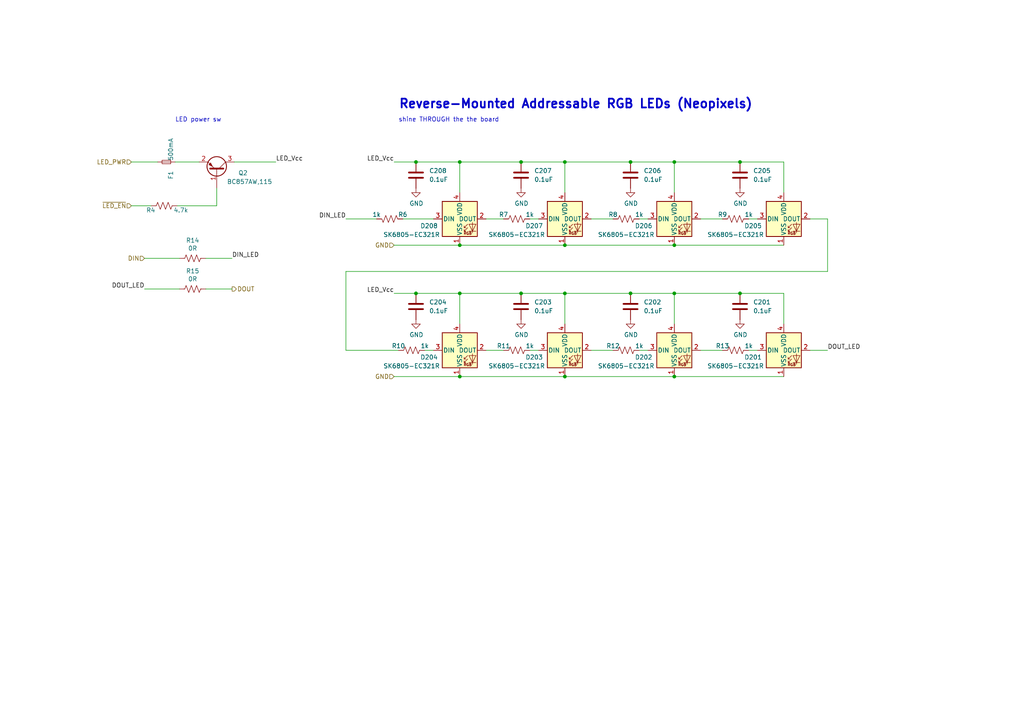
<source format=kicad_sch>
(kicad_sch (version 20230121) (generator eeschema)
  (paper "A4")
  (title_block (title "LED Driver") (date "2021-12-10") (rev "A1") (company "Sierra Lobo, Inc.") (comment 1 "C. Hillis") (comment 2 "C. Kornowski"))
  (lib_symbols
    (symbol "CubeSat_Backplane:SK68xx" (pin_names (offset 0.254))
      (property "Reference" "D" (at 5.08 5.715 0))
      (property "Value" "SK68xx" (at 1.27 -5.715 0))
      (symbol "SK68xx_0_0"
        (text "RGB" (at 2.286 -4.191 0) (effects (font (size 0.762 0.762))))
      )
      (symbol "SK68xx_0_1"
        (polyline (pts (xy 1.27 -3.556) (xy 1.778 -3.556)))
        (polyline (pts (xy 1.27 -2.54) (xy 1.778 -2.54)))
        (polyline (pts (xy 4.699 -3.556) (xy 2.667 -3.556)))
        (polyline (pts (xy 2.286 -2.54) (xy 1.27 -3.556) (xy 1.27 -3.048)))
        (polyline (pts (xy 2.286 -1.524) (xy 1.27 -2.54) (xy 1.27 -2.032)))
        (polyline (pts (xy 3.683 -1.016) (xy 3.683 -3.556) (xy 3.683 -4.064)))
        (polyline (pts (xy 4.699 -1.524) (xy 2.667 -1.524) (xy 3.683 -3.556) (xy 4.699 -1.524)))
        (rectangle (start 5.08 5.08) (end -5.08 -5.08) (stroke (width 0.254)) (fill (type background)))
      )
      (symbol "SK68xx_1_1"
        (pin power_in line (at 0 -7.62 90) (length 2.54) (name "VSS") (number "1"))
        (pin output line (at 7.62 0 180) (length 2.54) (name "DOUT") (number "2"))
        (pin input line (at -7.62 0 0) (length 2.54) (name "DIN") (number "3"))
        (pin power_in line (at 0 7.62 270) (length 2.54) (name "VDD") (number "4"))
      )
    )
    (symbol "Device:C" (pin_numbers hide) (pin_names (offset 0.254))
      (property "Reference" "C" (at 0.635 2.54 0))
      (property "Value" "C" (at 0.635 -2.54 0))
      (symbol "C_0_1"
        (polyline (pts (xy -2.032 -0.762) (xy 2.032 -0.762)) (stroke (width 0.508)))
        (polyline (pts (xy -2.032 0.762) (xy 2.032 0.762)) (stroke (width 0.508)))
      )
      (symbol "C_1_1"
        (pin passive line (at 0 3.81 270) (length 2.794) (name "~") (number "1"))
        (pin passive line (at 0 -3.81 90) (length 2.794) (name "~") (number "2"))
      )
    )
    (symbol "Device:Fuse_Small" (pin_numbers hide) (pin_names (offset 0.254) hide)
      (property "Reference" "F" (at 0 -1.524 0))
      (property "Value" "Fuse_Small" (at 0 1.524 0))
      (symbol "Fuse_Small_0_1"
        (rectangle (start -1.27 0.508) (end 1.27 -0.508))
        (polyline (pts (xy -1.27 0) (xy 1.27 0)))
      )
      (symbol "Fuse_Small_1_1"
        (pin passive line (at -2.54 0 0) (length 1.27) (name "~") (number "1"))
        (pin passive line (at 2.54 0 180) (length 1.27) (name "~") (number "2"))
      )
    )
    (symbol "R_US-Device_1" (pin_numbers hide) (pin_names (offset 0))
      (property "Reference" "R" (at 2.54 0 90))
      (property "Value" "R_US-Device" (at -2.54 0 90))
      (symbol "R_US-Device_1_0_1"
        (polyline (pts (xy 0 -2.286) (xy 0 -2.54)))
        (polyline (pts (xy 0 2.286) (xy 0 2.54)))
        (polyline (pts (xy 0 -0.762) (xy 1.016 -1.143) (xy 0 -1.524) (xy -1.016 -1.905) (xy 0 -2.286)))
        (polyline (pts (xy 0 0.762) (xy 1.016 0.381) (xy 0 0) (xy -1.016 -0.381) (xy 0 -0.762)))
        (polyline (pts (xy 0 2.286) (xy 1.016 1.905) (xy 0 1.524) (xy -1.016 1.143) (xy 0 0.762)))
      )
      (symbol "R_US-Device_1_1_1"
        (pin passive line (at 0 3.81 270) (length 1.27) (name "~") (number "1"))
        (pin passive line (at 0 -3.81 90) (length 1.27) (name "~") (number "2"))
      )
    )
    (symbol "backplane-rescue:GND-power" (power) (pin_names (offset 0))
      (property "Value" "GND-power" (at 0 -3.81 0))
      (symbol "GND-power_0_1"
        (polyline (pts (xy 0 0) (xy 0 -1.27) (xy 1.27 -1.27) (xy 0 -2.54) (xy -1.27 -1.27) (xy 0 -1.27)))
      )
      (symbol "GND-power_1_1"
        (pin power_in line (at 0 0 270) (length 0) hide (name "GND") (number "1"))
      )
    )
    (symbol "backplane-rescue:Q_PNP_BEC-Device" (pin_names (offset 0) hide)
      (property "Reference" "Q" (at 5.08 1.27 0))
      (property "Value" "Q_PNP_BEC-Device" (at 5.08 -1.27 0))
      (symbol "Q_PNP_BEC-Device_0_1"
        (polyline (pts (xy 0.635 0.635) (xy 2.54 2.54)))
        (polyline (pts (xy 0.635 -0.635) (xy 2.54 -2.54) (xy 2.54 -2.54)))
        (polyline (pts (xy 0.635 1.905) (xy 0.635 -1.905) (xy 0.635 -1.905)) (stroke (width 0.508)))
        (polyline (pts (xy 2.286 -1.778) (xy 1.778 -2.286) (xy 1.27 -1.27) (xy 2.286 -1.778) (xy 2.286 -1.778)) (fill (type outline)))
        (circle (center 1.27 0) (radius 2.8194) (stroke (width 0.254)))
      )
      (symbol "Q_PNP_BEC-Device_1_1"
        (pin input line (at -5.08 0 0) (length 5.715) (name "B") (number "1"))
        (pin passive line (at 2.54 -5.08 90) (length 2.54) (name "E") (number "2"))
        (pin passive line (at 2.54 5.08 270) (length 2.54) (name "C") (number "3"))
      )
    )
    (symbol "backplane-rescue:R_US-Device" (pin_numbers hide) (pin_names (offset 0))
      (property "Reference" "R" (at 2.54 0 90))
      (property "Value" "R_US-Device" (at -2.54 0 90))
      (symbol "R_US-Device_0_1"
        (polyline (pts (xy 0 -2.286) (xy 0 -2.54)))
        (polyline (pts (xy 0 2.286) (xy 0 2.54)))
        (polyline (pts (xy 0 -0.762) (xy 1.016 -1.143) (xy 0 -1.524) (xy -1.016 -1.905) (xy 0 -2.286)))
        (polyline (pts (xy 0 0.762) (xy 1.016 0.381) (xy 0 0) (xy -1.016 -0.381) (xy 0 -0.762)))
        (polyline (pts (xy 0 2.286) (xy 1.016 1.905) (xy 0 1.524) (xy -1.016 1.143) (xy 0 0.762)))
      )
      (symbol "R_US-Device_1_1"
        (pin passive line (at 0 3.81 270) (length 1.27) (name "~") (number "1"))
        (pin passive line (at 0 -3.81 90) (length 1.27) (name "~") (number "2"))
      )
    )
  )
  (junction (at 151.13 85.09))
  (junction (at 151.13 46.99))
  (junction (at 214.63 85.09))
  (junction (at 120.65 46.99))
  (junction (at 133.35 85.09))
  (junction (at 182.88 46.99))
  (junction (at 120.65 85.09))
  (junction (at 163.83 71.12))
  (junction (at 163.83 109.22))
  (junction (at 195.58 71.12))
  (junction (at 182.88 85.09))
  (junction (at 133.35 46.99))
  (junction (at 195.58 85.09))
  (junction (at 214.63 46.99))
  (junction (at 195.58 109.22))
  (junction (at 133.35 71.12))
  (junction (at 163.83 85.09))
  (junction (at 133.35 109.22))
  (junction (at 163.83 46.99))
  (junction (at 195.58 46.99))
  (wire (pts (xy 214.63 46.99) (xy 227.33 46.99)))
  (wire (pts (xy 100.33 63.5) (xy 109.22 63.5)))
  (wire (pts (xy 114.3 85.09) (xy 120.65 85.09)))
  (wire (pts (xy 41.91 83.82) (xy 52.07 83.82)))
  (wire (pts (xy 203.2 101.6) (xy 209.55 101.6)))
  (wire (pts (xy 163.83 109.22) (xy 195.58 109.22)))
  (wire (pts (xy 185.42 101.6) (xy 187.96 101.6)))
  (wire (pts (xy 114.3 109.22) (xy 133.35 109.22)))
  (wire (pts (xy 214.63 85.09) (xy 227.33 85.09)))
  (wire (pts (xy 62.865 59.69) (xy 51.435 59.69)))
  (wire (pts (xy 59.69 74.93) (xy 67.31 74.93)))
  (wire (pts (xy 217.17 63.5) (xy 219.71 63.5)))
  (wire (pts (xy 140.97 101.6) (xy 146.05 101.6)))
  (wire (pts (xy 163.83 71.12) (xy 195.58 71.12)))
  (wire (pts (xy 153.67 63.5) (xy 156.21 63.5)))
  (wire (pts (xy 195.58 109.22) (xy 227.33 109.22)))
  (wire (pts (xy 182.88 85.09) (xy 195.58 85.09)))
  (wire (pts (xy 41.91 74.93) (xy 52.07 74.93)))
  (wire (pts (xy 227.33 85.09) (xy 227.33 93.98)))
  (wire (pts (xy 120.65 85.09) (xy 133.35 85.09)))
  (wire (pts (xy 133.35 46.99) (xy 151.13 46.99)))
  (wire (pts (xy 234.95 63.5) (xy 240.03 63.5)))
  (wire (pts (xy 163.83 46.99) (xy 163.83 55.88)))
  (wire (pts (xy 100.33 101.6) (xy 115.57 101.6)))
  (wire (pts (xy 163.83 85.09) (xy 182.88 85.09)))
  (wire (pts (xy 195.58 71.12) (xy 227.33 71.12)))
  (wire (pts (xy 114.3 71.12) (xy 133.35 71.12)))
  (wire (pts (xy 62.865 54.61) (xy 62.865 59.69)))
  (wire (pts (xy 185.42 63.5) (xy 187.96 63.5)))
  (wire (pts (xy 195.58 85.09) (xy 214.63 85.09)))
  (wire (pts (xy 38.1 46.99) (xy 45.72 46.99)))
  (wire (pts (xy 133.35 46.99) (xy 133.35 55.88)))
  (wire (pts (xy 133.35 85.09) (xy 133.35 93.98)))
  (wire (pts (xy 133.35 109.22) (xy 163.83 109.22)))
  (wire (pts (xy 153.67 101.6) (xy 156.21 101.6)))
  (wire (pts (xy 163.83 85.09) (xy 163.83 93.98)))
  (wire (pts (xy 151.13 85.09) (xy 163.83 85.09)))
  (wire (pts (xy 227.33 46.99) (xy 227.33 55.88)))
  (wire (pts (xy 217.17 101.6) (xy 219.71 101.6)))
  (wire (pts (xy 123.19 101.6) (xy 125.73 101.6)))
  (wire (pts (xy 195.58 46.99) (xy 214.63 46.99)))
  (wire (pts (xy 203.2 63.5) (xy 209.55 63.5)))
  (wire (pts (xy 140.97 63.5) (xy 146.05 63.5)))
  (wire (pts (xy 38.1 59.69) (xy 43.815 59.69)))
  (wire (pts (xy 171.45 101.6) (xy 177.8 101.6)))
  (wire (pts (xy 50.8 46.99) (xy 57.785 46.99)))
  (wire (pts (xy 171.45 63.5) (xy 177.8 63.5)))
  (wire (pts (xy 234.95 101.6) (xy 240.03 101.6)))
  (wire (pts (xy 182.88 46.99) (xy 195.58 46.99)))
  (wire (pts (xy 120.65 46.99) (xy 133.35 46.99)))
  (wire (pts (xy 195.58 85.09) (xy 195.58 93.98)))
  (wire (pts (xy 133.35 71.12) (xy 163.83 71.12)))
  (wire (pts (xy 67.945 46.99) (xy 80.01 46.99)))
  (wire (pts (xy 151.13 46.99) (xy 163.83 46.99)))
  (wire (pts (xy 116.84 63.5) (xy 125.73 63.5)))
  (wire (pts (xy 240.03 63.5) (xy 240.03 78.74)))
  (wire (pts (xy 240.03 78.74) (xy 100.33 78.74)))
  (wire (pts (xy 163.83 46.99) (xy 182.88 46.99)))
  (wire (pts (xy 59.69 83.82) (xy 67.31 83.82)))
  (wire (pts (xy 195.58 46.99) (xy 195.58 55.88)))
  (wire (pts (xy 114.3 46.99) (xy 120.65 46.99)))
  (wire (pts (xy 100.33 78.74) (xy 100.33 101.6)))
  (wire (pts (xy 133.35 85.09) (xy 151.13 85.09)))
  (text "shine THROUGH the the board" (at 115.57 35.56 0) (effects (font (size 1.27 1.27)) (justify left bottom)))
  (text "Reverse-Mounted Addressable RGB LEDs (Neopixels)" (at 115.57 31.75 0) (effects (font (size 2.54 2.54) (thickness 0.508) bold) (justify left bottom)))
  (text "LED power sw" (at 50.8 35.56 0) (effects (font (size 1.27 1.27)) (justify left bottom)))
  (label "DIN_LED" (at 100.33 63.5 180))
  (label "DOUT_LED" (at 240.03 101.6 0))
  (label "DOUT_LED" (at 41.91 83.82 180))
  (label "LED_Vcc" (at 80.01 46.99 0))
  (label "LED_Vcc" (at 114.3 46.99 180))
  (label "DIN_LED" (at 67.31 74.93 0))
  (label "LED_Vcc" (at 114.3 85.09 180))
  (hierarchical_label "DIN" (shape input) (at 41.91 74.93 180))
  (hierarchical_label "GND" (shape input) (at 114.3 109.22 180))
  (hierarchical_label "GND" (shape input) (at 114.3 71.12 180))
  (hierarchical_label "LED_PWR" (shape input) (at 38.1 46.99 180))
  (hierarchical_label "DOUT" (shape output) (at 67.31 83.82 0))
  (hierarchical_label "~{LED_EN}" (shape input) (at 38.1 59.69 180) (effects (font (size 1.26 1.26))))
  (symbol (lib_id "CubeSat_Backplane:SK68xx") (at 227.33 101.6 0) (unit 1)
    (property "Reference" "D201" (at 218.44 103.6193 0))
    (property "Value" "SK6805-EC321R" (at 213.36 106.1593 0))
    (property "Footprint" "CubeSat_Backplane:SK68xx-EC120x_ReverseMount" (effects hide))
    (property "Datasheet" "SK6805-EC321R" (effects hide))
  )
  (symbol (lib_id "CubeSat_Backplane:SK68xx") (at 133.35 63.5 0) (unit 1)
    (property "Reference" "D208" (at 124.46 65.5193 0))
    (property "Value" "SK6805-EC321R" (at 119.38 68.0593 0))
    (property "Footprint" "CubeSat_Backplane:SK68xx-EC120x_ReverseMount" (effects hide))
    (property "Datasheet" "SK6805-EC321R" (effects hide))
  )
  (symbol (lib_id "Device:C") (at 151.13 88.9 0) (unit 1)
    (property "Reference" "C203" (at 154.94 87.6299 0) (effects (justify left)))
    (property "Value" "0.1uF" (at 154.94 90.1699 0) (effects (justify left)))
    (property "Footprint" "Capacitor_SMD:C_0402_1005Metric" (effects hide))
  )
  (symbol (lib_id "backplane-rescue:GND-power") (at 182.88 54.61 0) (unit 1)
    (property "Reference" "#PWR0102" (effects hide))
    (property "Value" "GND" (at 183.007 59.0042 0))
  )
  (symbol (lib_id "backplane-rescue:GND-power") (at 120.65 92.71 0) (unit 1)
    (property "Reference" "#PWR0113" (effects hide))
    (property "Value" "GND" (at 120.777 97.1042 0))
  )
  (symbol (lib_id "backplane-rescue:Q_PNP_BEC-Device") (at 62.865 49.53 270) (mirror x) (unit 1)
    (property "Reference" "Q2" (at 70.485 50.165 90))
    (property "Value" "BC857AW,115" (at 72.39 52.705 90))
    (property "Footprint" "Package_TO_SOT_SMD:SOT-323_SC-70" (effects hide))
  )
  (symbol (lib_id "Device:C") (at 214.63 50.8 0) (unit 1)
    (property "Reference" "C205" (at 218.44 49.5299 0) (effects (justify left)))
    (property "Value" "0.1uF" (at 218.44 52.0699 0) (effects (justify left)))
    (property "Footprint" "Capacitor_SMD:C_0402_1005Metric" (effects hide))
  )
  (symbol (lib_id "backplane-rescue:GND-power") (at 151.13 92.71 0) (unit 1)
    (property "Reference" "#PWR0109" (effects hide))
    (property "Value" "GND" (at 151.257 97.1042 0))
  )
  (symbol (lib_name "R_US-Device_1") (lib_id "backplane-rescue:R_US-Device") (at 181.61 63.5 90) (unit 1)
    (property "Reference" "R8" (at 177.8 62.23 90))
    (property "Value" "1k" (at 185.42 62.23 90))
    (property "Footprint" "Resistor_SMD:R_0402_1005Metric" (effects hide))
  )
  (symbol (lib_id "backplane-rescue:GND-power") (at 214.63 92.71 0) (unit 1)
    (property "Reference" "#PWR0118" (effects hide))
    (property "Value" "GND" (at 214.757 97.1042 0))
  )
  (symbol (lib_id "CubeSat_Backplane:SK68xx") (at 195.58 101.6 0) (unit 1)
    (property "Reference" "D202" (at 186.69 103.6193 0))
    (property "Value" "SK6805-EC321R" (at 181.61 106.1593 0))
    (property "Footprint" "CubeSat_Backplane:SK68xx-EC120x_ReverseMount" (effects hide))
    (property "Datasheet" "SK6805-EC321R" (effects hide))
  )
  (symbol (lib_id "backplane-rescue:GND-power") (at 151.13 54.61 0) (unit 1)
    (property "Reference" "#PWR0111" (effects hide))
    (property "Value" "GND" (at 151.257 59.0042 0))
  )
  (symbol (lib_id "CubeSat_Backplane:SK68xx") (at 133.35 101.6 0) (unit 1)
    (property "Reference" "D204" (at 124.46 103.6193 0))
    (property "Value" "SK6805-EC321R" (at 119.38 106.1593 0))
    (property "Footprint" "CubeSat_Backplane:SK68xx-EC120x_ReverseMount" (effects hide))
    (property "Datasheet" "SK6805-EC321R" (effects hide))
  )
  (symbol (lib_name "R_US-Device_1") (lib_id "backplane-rescue:R_US-Device") (at 213.36 63.5 90) (unit 1)
    (property "Reference" "R9" (at 209.55 62.23 90))
    (property "Value" "1k" (at 217.17 62.23 90))
    (property "Footprint" "Resistor_SMD:R_0402_1005Metric" (effects hide))
  )
  (symbol (lib_id "Device:C") (at 120.65 88.9 0) (unit 1)
    (property "Reference" "C204" (at 124.46 87.6299 0) (effects (justify left)))
    (property "Value" "0.1uF" (at 124.46 90.1699 0) (effects (justify left)))
    (property "Footprint" "Capacitor_SMD:C_0402_1005Metric" (effects hide))
  )
  (symbol (lib_id "CubeSat_Backplane:SK68xx") (at 227.33 63.5 0) (unit 1)
    (property "Reference" "D205" (at 218.44 65.5193 0))
    (property "Value" "SK6805-EC321R" (at 213.36 68.0593 0))
    (property "Footprint" "CubeSat_Backplane:SK68xx-EC120x_ReverseMount" (effects hide))
    (property "Datasheet" "SK6805-EC321R" (effects hide))
  )
  (symbol (lib_name "R_US-Device_1") (lib_id "backplane-rescue:R_US-Device") (at 181.61 101.6 90) (unit 1)
    (property "Reference" "R12" (at 177.8 100.33 90))
    (property "Value" "1k" (at 185.42 100.33 90))
    (property "Footprint" "Resistor_SMD:R_0402_1005Metric" (effects hide))
  )
  (symbol (lib_id "backplane-rescue:R_US-Device") (at 55.88 74.93 270) (unit 1)
    (property "Reference" "R14" (at 55.88 69.723 90))
    (property "Value" "0R" (at 55.88 72.0344 90))
    (property "Footprint" "Resistor_SMD:R_0402_1005Metric" (effects hide))
  )
  (symbol (lib_id "Device:C") (at 120.65 50.8 0) (unit 1)
    (property "Reference" "C208" (at 124.46 49.5299 0) (effects (justify left)))
    (property "Value" "0.1uF" (at 124.46 52.0699 0) (effects (justify left)))
    (property "Footprint" "Capacitor_SMD:C_0402_1005Metric" (effects hide))
  )
  (symbol (lib_id "backplane-rescue:R_US-Device") (at 47.625 59.69 90) (unit 1)
    (property "Reference" "R4" (at 45.085 60.96 90) (effects (justify left)))
    (property "Value" "4.7k" (at 54.61 60.96 90) (effects (justify left)))
    (property "Footprint" "Resistor_SMD:R_0402_1005Metric" (effects hide))
  )
  (symbol (lib_name "R_US-Device_1") (lib_id "backplane-rescue:R_US-Device") (at 149.86 63.5 90) (unit 1)
    (property "Reference" "R7" (at 146.05 62.23 90))
    (property "Value" "1k" (at 153.67 62.23 90))
    (property "Footprint" "Resistor_SMD:R_0402_1005Metric" (effects hide))
  )
  (symbol (lib_id "Device:C") (at 214.63 88.9 0) (unit 1)
    (property "Reference" "C201" (at 218.44 87.6299 0) (effects (justify left)))
    (property "Value" "0.1uF" (at 218.44 90.1699 0) (effects (justify left)))
    (property "Footprint" "Capacitor_SMD:C_0402_1005Metric" (effects hide))
  )
  (symbol (lib_id "Device:C") (at 151.13 50.8 0) (unit 1)
    (property "Reference" "C207" (at 154.94 49.5299 0) (effects (justify left)))
    (property "Value" "0.1uF" (at 154.94 52.0699 0) (effects (justify left)))
    (property "Footprint" "Capacitor_SMD:C_0402_1005Metric" (effects hide))
  )
  (symbol (lib_name "R_US-Device_1") (lib_id "backplane-rescue:R_US-Device") (at 149.86 101.6 90) (unit 1)
    (property "Reference" "R11" (at 146.05 100.33 90))
    (property "Value" "1k" (at 153.67 100.33 90))
    (property "Footprint" "Resistor_SMD:R_0402_1005Metric" (effects hide))
  )
  (symbol (lib_id "CubeSat_Backplane:SK68xx") (at 163.83 101.6 0) (unit 1)
    (property "Reference" "D203" (at 154.94 103.6193 0))
    (property "Value" "SK6805-EC321R" (at 149.86 106.1593 0))
    (property "Footprint" "CubeSat_Backplane:SK68xx-EC120x_ReverseMount" (effects hide))
    (property "Datasheet" "SK6805-EC321R" (effects hide))
  )
  (symbol (lib_id "CubeSat_Backplane:SK68xx") (at 163.83 63.5 0) (unit 1)
    (property "Reference" "D207" (at 154.94 65.5193 0))
    (property "Value" "SK6805-EC321R" (at 149.86 68.0593 0))
    (property "Footprint" "CubeSat_Backplane:SK68xx-EC120x_ReverseMount" (effects hide))
    (property "Datasheet" "SK6805-EC321R" (effects hide))
  )
  (symbol (lib_id "backplane-rescue:GND-power") (at 214.63 54.61 0) (unit 1)
    (property "Reference" "#PWR0106" (effects hide))
    (property "Value" "GND" (at 214.757 59.0042 0))
  )
  (symbol (lib_id "Device:C") (at 182.88 50.8 0) (unit 1)
    (property "Reference" "C206" (at 186.69 49.5299 0) (effects (justify left)))
    (property "Value" "0.1uF" (at 186.69 52.0699 0) (effects (justify left)))
    (property "Footprint" "Capacitor_SMD:C_0402_1005Metric" (effects hide))
  )
  (symbol (lib_id "backplane-rescue:GND-power") (at 182.88 92.71 0) (unit 1)
    (property "Reference" "#PWR0105" (effects hide))
    (property "Value" "GND" (at 183.007 97.1042 0))
  )
  (symbol (lib_name "R_US-Device_1") (lib_id "backplane-rescue:R_US-Device") (at 113.03 63.5 270) (mirror x) (unit 1)
    (property "Reference" "R6" (at 116.84 62.23 90))
    (property "Value" "1k" (at 109.22 62.23 90))
    (property "Footprint" "Resistor_SMD:R_0402_1005Metric" (effects hide))
  )
  (symbol (lib_id "Device:C") (at 182.88 88.9 0) (unit 1)
    (property "Reference" "C202" (at 186.69 87.6299 0) (effects (justify left)))
    (property "Value" "0.1uF" (at 186.69 90.1699 0) (effects (justify left)))
    (property "Footprint" "Capacitor_SMD:C_0402_1005Metric" (effects hide))
  )
  (symbol (lib_name "R_US-Device_1") (lib_id "backplane-rescue:R_US-Device") (at 213.36 101.6 90) (unit 1)
    (property "Reference" "R13" (at 209.55 100.33 90))
    (property "Value" "1k" (at 217.17 100.33 90))
    (property "Footprint" "Resistor_SMD:R_0402_1005Metric" (effects hide))
  )
  (symbol (lib_name "R_US-Device_1") (lib_id "backplane-rescue:R_US-Device") (at 119.38 101.6 90) (unit 1)
    (property "Reference" "R10" (at 115.57 100.33 90))
    (property "Value" "1k" (at 123.19 100.33 90))
    (property "Footprint" "Resistor_SMD:R_0402_1005Metric" (effects hide))
  )
  (symbol (lib_id "backplane-rescue:GND-power") (at 120.65 54.61 0) (unit 1)
    (property "Reference" "#PWR0110" (effects hide))
    (property "Value" "GND" (at 120.777 59.0042 0))
  )
  (symbol (lib_id "backplane-rescue:R_US-Device") (at 55.88 83.82 270) (unit 1)
    (property "Reference" "R15" (at 55.88 78.613 90))
    (property "Value" "0R" (at 55.88 80.9244 90))
    (property "Footprint" "Resistor_SMD:R_0402_1005Metric" (effects hide))
  )
  (symbol (lib_id "CubeSat_Backplane:SK68xx") (at 195.58 63.5 0) (unit 1)
    (property "Reference" "D206" (at 186.69 65.5193 0))
    (property "Value" "SK6805-EC321R" (at 181.61 68.0593 0))
    (property "Footprint" "CubeSat_Backplane:SK68xx-EC120x_ReverseMount" (effects hide))
    (property "Datasheet" "SK6805-EC321R" (effects hide))
  )
  (symbol (lib_id "Device:Fuse_Small") (at 48.26 46.99 180) (unit 1)
    (property "Reference" "F1" (at 49.53 49.53 90) (effects (justify left)))
    (property "Value" "500mA" (at 49.53 40.005 90) (effects (justify left)))
    (property "Footprint" "Fuse:Fuse_0603_1608Metric" (effects hide))
    (property "Datasheet" "SF-0603S050-2" (effects hide))
  )
)
</source>
